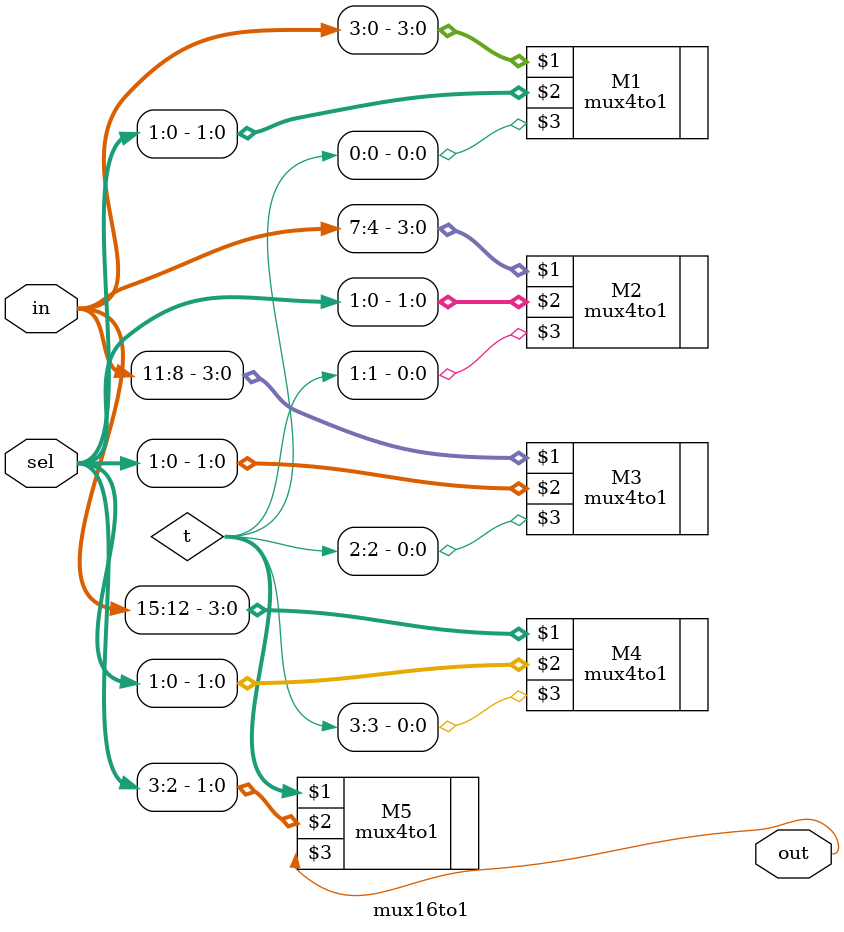
<source format=v>
module mux16to1 (in, sel, out);
    input [15:0] in;
    input [3:0] sel;
    output out;
    wire [3:0] t;

    mux4to1 M1 (in[3:0], sel[1:0], t[0]);
    mux4to1 M2 (in[7:4], sel[1:0], t[1]);
    mux4to1 M3 (in[11:8], sel[1:0], t[2]);
    mux4to1 M4 (in[15:12], sel[1:0], t[3]);
    mux4to1 M5 (t[3:0], sel[3:2], out);

endmodule

</source>
